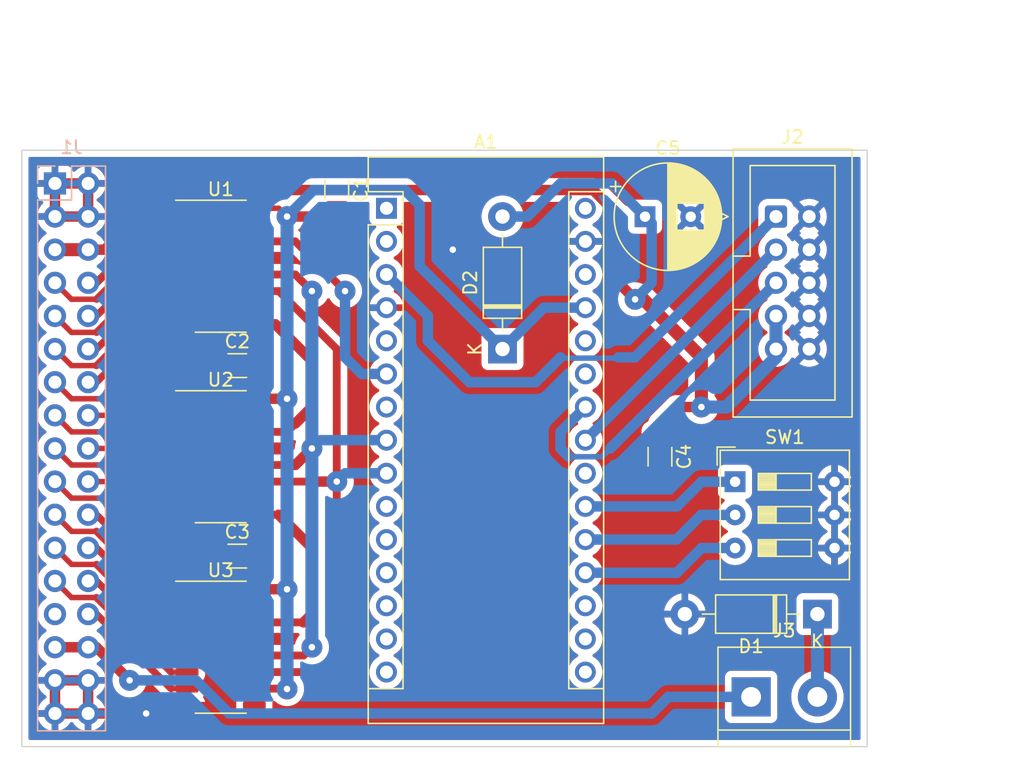
<source format=kicad_pcb>
(kicad_pcb (version 20211014) (generator pcbnew)
  (layers (0 "F.Cu" signal) (31 "B.Cu" signal) (34 "B.Paste" user) (35 "F.Paste" user) (36 "B.SilkS" user "B.Silkscreen") (37 "F.SilkS" user "F.Silkscreen") (38 "B.Mask" user) (39 "F.Mask" user) (44 "Edge.Cuts" user))
  (net 0 "")
  (net 5 "RESET")
  (net 6 "CFG-0")
  (net 7 "GND")
  (net 8 "CFG-1")
  (net 9 "ENABLE-X-1")
  (net 10 "CFG-2")
  (net 11 "ENABLE-X-2")
  (net 13 "ENABLE-X-3")
  (net 14 "SDA")
  (net 15 "ENABLE-X-4")
  (net 16 "SCL")
  (net 17 "ENABLE-X-5")
  (net 19 "ENABLE-X-6")
  (net 21 "ENABLE-X-7")
  (net 22 "Vin")
  (net 23 "ENABLE-X-8")
  (net 27 "A0-X")
  (net 28 "A1-X")
  (net 29 "A2-X")
  (net 30 "B0-X")
  (net 31 "B1-X")
  (net 32 "A0-Y")
  (net 33 "A1-Y")
  (net 34 "A2-Y")
  (net 35 "B0-Y")
  (net 36 "B1-Y")
  (net 38 "Net-(J1-Pad29)")
  (net 39 "DATA-X")
  (net 40 "ENABLE-Y-SET")
  (net 41 "ENABLE-Y-RESET")
  (net 42 "Net-(U1-Pad9)")
  (net 49 "Net-(U2-Pad9)")
  (net 52 "Net-(A1-Pad6)")
  (net 53 "Net-(A1-Pad8)")
  (net 54 "Net-(A1-Pad9)")
  (net 58 "Net-(D1-Pad1)")
  (net 60 "+5V")
  (footprint "Connector_IDC:IDC-Header_2x05_P2.54mm_Vertical" (layer "F.Cu") (at 106.045 68.58)
    (fp_text reference "J2" (at 1.27 -6.1) (layer "F.SilkS"))
    (fp_text value "I2C bus")
    (pad "1" thru_hole roundrect locked (at 0 0) (size 1.7 1.7) (drill 1) (layers *.Cu *.Mask) (roundrect_rratio 0.1470588235) (net 5 "RESET"))
    (pad "2" thru_hole circle locked (at 2.54 0) (size 1.7 1.7) (drill 1) (layers *.Cu *.Mask) (net 7 "GND"))
    (pad "3" thru_hole circle locked (at 0 2.54) (size 1.7 1.7) (drill 1) (layers *.Cu *.Mask) (net 14 "SDA"))
    (pad "4" thru_hole circle locked (at 2.54 2.54) (size 1.7 1.7) (drill 1) (layers *.Cu *.Mask) (net 7 "GND"))
    (pad "5" thru_hole circle locked (at 0 5.08) (size 1.7 1.7) (drill 1) (layers *.Cu *.Mask) (net 16 "SCL"))
    (pad "6" thru_hole circle locked (at 2.54 5.08) (size 1.7 1.7) (drill 1) (layers *.Cu *.Mask) (net 7 "GND"))
    (pad "7" thru_hole circle locked (at 0 7.62) (size 1.7 1.7) (drill 1) (layers *.Cu *.Mask) (net 22 "Vin"))
    (pad "8" thru_hole circle locked (at 2.54 7.62) (size 1.7 1.7) (drill 1) (layers *.Cu *.Mask) (net 7 "GND"))
    (pad "9" thru_hole circle locked (at 0 10.16) (size 1.7 1.7) (drill 1) (layers *.Cu *.Mask) (net 22 "Vin"))
    (pad "10" thru_hole circle locked (at 2.54 10.16) (size 1.7 1.7) (drill 1) (layers *.Cu *.Mask) (net 7 "GND"))
  )
  (footprint "Package_SO:SO-16_3.9x9.9mm_P1.27mm" (layer "F.Cu") (at 63.5 101.6)
    (fp_text reference "U3" (at 0 -5.9) (layer "F.SilkS"))
    (fp_text value "74HC595D")
    (pad "1" smd roundrect locked (at -2.575 -4.445) (size 1.75 0.6) (layers "F.Cu" "F.Paste" "F.Mask") (net 17 "ENABLE-X-5"))
    (pad "2" smd roundrect locked (at -2.575 -3.175) (size 1.75 0.6) (layers "F.Cu" "F.Paste" "F.Mask") (net 34 "A2-Y"))
    (pad "3" smd roundrect locked (at -2.575 -1.905) (size 1.75 0.6) (layers "F.Cu" "F.Paste" "F.Mask") (net 19 "ENABLE-X-6"))
    (pad "4" smd roundrect locked (at -2.575 -0.635) (size 1.75 0.6) (layers "F.Cu" "F.Paste" "F.Mask") (net 35 "B0-Y"))
    (pad "5" smd roundrect locked (at -2.575 0.635) (size 1.75 0.6) (layers "F.Cu" "F.Paste" "F.Mask") (net 21 "ENABLE-X-7"))
    (pad "6" smd roundrect locked (at -2.575 1.905) (size 1.75 0.6) (layers "F.Cu" "F.Paste" "F.Mask") (net 36 "B1-Y"))
    (pad "7" smd roundrect locked (at -2.575 3.175) (size 1.75 0.6) (layers "F.Cu" "F.Paste" "F.Mask") (net 23 "ENABLE-X-8"))
    (pad "8" smd roundrect locked (at -2.575 4.445) (size 1.75 0.6) (layers "F.Cu" "F.Paste" "F.Mask") (net 7 "GND"))
    (pad "9" smd roundrect locked (at 2.575 4.445) (size 1.75 0.6) (layers "F.Cu" "F.Paste" "F.Mask"))
    (pad "10" smd roundrect locked (at 2.575 3.175) (size 1.75 0.6) (layers "F.Cu" "F.Paste" "F.Mask") (net 60 "+5V"))
    (pad "11" smd roundrect locked (at 2.575 1.905) (size 1.75 0.6) (layers "F.Cu" "F.Paste" "F.Mask") (net 54 "Net-(A1-Pad9)"))
    (pad "12" smd roundrect locked (at 2.575 0.635) (size 1.75 0.6) (layers "F.Cu" "F.Paste" "F.Mask") (net 53 "Net-(A1-Pad8)"))
    (pad "13" smd roundrect locked (at 2.575 -0.635) (size 1.75 0.6) (layers "F.Cu" "F.Paste" "F.Mask") (net 7 "GND"))
    (pad "14" smd roundrect locked (at 2.575 -1.905) (size 1.75 0.6) (layers "F.Cu" "F.Paste" "F.Mask") (net 49 "Net-(U2-Pad9)"))
    (pad "15" smd roundrect locked (at 2.575 -3.175) (size 1.75 0.6) (layers "F.Cu" "F.Paste" "F.Mask"))
    (pad "16" smd roundrect locked (at 2.575 -4.445) (size 1.75 0.6) (layers "F.Cu" "F.Paste" "F.Mask") (net 60 "+5V"))
  )
  (footprint "Capacitor_SMD:C_1206_3216Metric_Pad1.33x1.80mm_HandSolder" (layer "F.Cu") (at 72.39 66.495401 -90)
    (fp_text reference "C1" (at 0 -1.85 90) (layer "F.SilkS"))
    (fp_text value "100n")
    (pad "1" smd roundrect locked (at -1.5625 0 270) (size 1.325 1.8) (layers "F.Cu" "F.Paste" "F.Mask") (roundrect_rratio 0.1886792453) (net 7 "GND"))
    (pad "2" smd roundrect locked (at 1.5625 0 270) (size 1.325 1.8) (layers "F.Cu" "F.Paste" "F.Mask") (roundrect_rratio 0.1886792453) (net 60 "+5V"))
  )
  (footprint "TerminalBlock:TerminalBlock_bornier-2_P5.08mm" (layer "F.Cu") (at 104.14 105.41)
    (fp_text reference "J3" (at 2.54 -5.08) (layer "F.SilkS"))
    (fp_text value "Power 24V")
    (pad "1" thru_hole rect locked (at 0 0) (size 3 3) (drill 1.52) (layers *.Cu *.Mask) (net 38 "Net-(J1-Pad29)"))
    (pad "2" thru_hole circle locked (at 5.08 0) (size 3 3) (drill 1.52) (layers *.Cu *.Mask) (net 58 "Net-(D1-Pad1)"))
  )
  (footprint "Capacitor_SMD:C_1206_3216Metric_Pad1.33x1.80mm_HandSolder" (layer "F.Cu") (at 97.155 86.995 -90)
    (fp_text reference "C4" (at 0 -1.85 90) (layer "F.SilkS"))
    (fp_text value "100n")
    (pad "1" smd roundrect locked (at -1.5625 0 270) (size 1.325 1.8) (layers "F.Cu" "F.Paste" "F.Mask") (roundrect_rratio 0.1886792453) (net 22 "Vin"))
    (pad "2" smd roundrect locked (at 1.5625 0 270) (size 1.325 1.8) (layers "F.Cu" "F.Paste" "F.Mask") (roundrect_rratio 0.1886792453) (net 7 "GND"))
  )
  (footprint "Diode_THT:D_DO-41_SOD81_P10.16mm_Horizontal" (layer "F.Cu") (at 85.09 78.74 90)
    (fp_text reference "D2" (at 5.08 -2.47 90) (layer "F.SilkS"))
    (fp_text value "1N5817")
    (fp_text user "K" (at 0 -2.1 90) (layer "F.SilkS"))
    (pad "1" thru_hole rect locked (at 0 0 90) (size 2.2 2.2) (drill 1.1) (layers *.Cu *.Mask) (net 60 "+5V"))
    (pad "2" thru_hole oval locked (at 10.16 0 90) (size 2.2 2.2) (drill 1.1) (layers *.Cu *.Mask) (net 22 "Vin"))
  )
  (footprint "Capacitor_SMD:C_1206_3216Metric_Pad1.33x1.80mm_HandSolder" (layer "F.Cu") (at 64.77 80.01)
    (fp_text reference "C2" (at 0 -1.85) (layer "F.SilkS"))
    (fp_text value "100n")
    (pad "1" smd roundrect locked (at -1.5625 0) (size 1.325 1.8) (layers "F.Cu" "F.Paste" "F.Mask") (roundrect_rratio 0.1886792453) (net 7 "GND"))
    (pad "2" smd roundrect locked (at 1.5625 0) (size 1.325 1.8) (layers "F.Cu" "F.Paste" "F.Mask") (roundrect_rratio 0.1886792453) (net 60 "+5V"))
  )
  (footprint "Package_SO:SO-16_3.9x9.9mm_P1.27mm" (layer "F.Cu") (at 63.5 86.995)
    (fp_text reference "U2" (at 0 -5.9) (layer "F.SilkS"))
    (fp_text value "74HC595D")
    (pad "1" smd roundrect locked (at -2.575 -4.445) (size 1.75 0.6) (layers "F.Cu" "F.Paste" "F.Mask") (net 30 "B0-X"))
    (pad "2" smd roundrect locked (at -2.575 -3.175) (size 1.75 0.6) (layers "F.Cu" "F.Paste" "F.Mask") (net 11 "ENABLE-X-2"))
    (pad "3" smd roundrect locked (at -2.575 -1.905) (size 1.75 0.6) (layers "F.Cu" "F.Paste" "F.Mask") (net 31 "B1-X"))
    (pad "4" smd roundrect locked (at -2.575 -0.635) (size 1.75 0.6) (layers "F.Cu" "F.Paste" "F.Mask") (net 13 "ENABLE-X-3"))
    (pad "5" smd roundrect locked (at -2.575 0.635) (size 1.75 0.6) (layers "F.Cu" "F.Paste" "F.Mask") (net 32 "A0-Y"))
    (pad "6" smd roundrect locked (at -2.575 1.905) (size 1.75 0.6) (layers "F.Cu" "F.Paste" "F.Mask") (net 15 "ENABLE-X-4"))
    (pad "7" smd roundrect locked (at -2.575 3.175) (size 1.75 0.6) (layers "F.Cu" "F.Paste" "F.Mask") (net 33 "A1-Y"))
    (pad "8" smd roundrect locked (at -2.575 4.445) (size 1.75 0.6) (layers "F.Cu" "F.Paste" "F.Mask") (net 7 "GND"))
    (pad "9" smd roundrect locked (at 2.575 4.445) (size 1.75 0.6) (layers "F.Cu" "F.Paste" "F.Mask") (net 49 "Net-(U2-Pad9)"))
    (pad "10" smd roundrect locked (at 2.575 3.175) (size 1.75 0.6) (layers "F.Cu" "F.Paste" "F.Mask") (net 60 "+5V"))
    (pad "11" smd roundrect locked (at 2.575 1.905) (size 1.75 0.6) (layers "F.Cu" "F.Paste" "F.Mask") (net 54 "Net-(A1-Pad9)"))
    (pad "12" smd roundrect locked (at 2.575 0.635) (size 1.75 0.6) (layers "F.Cu" "F.Paste" "F.Mask") (net 53 "Net-(A1-Pad8)"))
    (pad "13" smd roundrect locked (at 2.575 -0.635) (size 1.75 0.6) (layers "F.Cu" "F.Paste" "F.Mask") (net 7 "GND"))
    (pad "14" smd roundrect locked (at 2.575 -1.905) (size 1.75 0.6) (layers "F.Cu" "F.Paste" "F.Mask") (net 42 "Net-(U1-Pad9)"))
    (pad "15" smd roundrect locked (at 2.575 -3.175) (size 1.75 0.6) (layers "F.Cu" "F.Paste" "F.Mask"))
    (pad "16" smd roundrect locked (at 2.575 -4.445) (size 1.75 0.6) (layers "F.Cu" "F.Paste" "F.Mask") (net 60 "+5V"))
  )
  (footprint "Capacitor_THT:CP_Radial_D8.0mm_P3.50mm" (layer "F.Cu") (at 96.012711 68.590577)
    (fp_text reference "C5" (at 1.75 -5.25) (layer "F.SilkS"))
    (fp_text value "100uF")
    (pad "1" thru_hole rect locked (at 0 0) (size 1.6 1.6) (drill 0.8) (layers *.Cu *.Mask) (net 22 "Vin"))
    (pad "2" thru_hole circle locked (at 3.5 0) (size 1.6 1.6) (drill 0.8) (layers *.Cu *.Mask) (net 7 "GND"))
  )
  (footprint "Package_SO:SO-16_3.9x9.9mm_P1.27mm" (layer "F.Cu") (at 63.5 72.39)
    (fp_text reference "U1" (at 0 -5.9) (layer "F.SilkS"))
    (fp_text value "74HC595D")
    (pad "1" smd roundrect locked (at -2.575 -4.445) (size 1.75 0.6) (layers "F.Cu" "F.Paste" "F.Mask") (net 39 "DATA-X"))
    (pad "2" smd roundrect locked (at -2.575 -3.175) (size 1.75 0.6) (layers "F.Cu" "F.Paste" "F.Mask") (net 27 "A0-X"))
    (pad "3" smd roundrect locked (at -2.575 -1.905) (size 1.75 0.6) (layers "F.Cu" "F.Paste" "F.Mask") (net 40 "ENABLE-Y-SET"))
    (pad "4" smd roundrect locked (at -2.575 -0.635) (size 1.75 0.6) (layers "F.Cu" "F.Paste" "F.Mask") (net 28 "A1-X"))
    (pad "5" smd roundrect locked (at -2.575 0.635) (size 1.75 0.6) (layers "F.Cu" "F.Paste" "F.Mask") (net 41 "ENABLE-Y-RESET"))
    (pad "6" smd roundrect locked (at -2.575 1.905) (size 1.75 0.6) (layers "F.Cu" "F.Paste" "F.Mask") (net 29 "A2-X"))
    (pad "7" smd roundrect locked (at -2.575 3.175) (size 1.75 0.6) (layers "F.Cu" "F.Paste" "F.Mask") (net 9 "ENABLE-X-1"))
    (pad "8" smd roundrect locked (at -2.575 4.445) (size 1.75 0.6) (layers "F.Cu" "F.Paste" "F.Mask") (net 7 "GND"))
    (pad "9" smd roundrect locked (at 2.575 4.445) (size 1.75 0.6) (layers "F.Cu" "F.Paste" "F.Mask") (net 42 "Net-(U1-Pad9)"))
    (pad "10" smd roundrect locked (at 2.575 3.175) (size 1.75 0.6) (layers "F.Cu" "F.Paste" "F.Mask") (net 60 "+5V"))
    (pad "11" smd roundrect locked (at 2.575 1.905) (size 1.75 0.6) (layers "F.Cu" "F.Paste" "F.Mask") (net 54 "Net-(A1-Pad9)"))
    (pad "12" smd roundrect locked (at 2.575 0.635) (size 1.75 0.6) (layers "F.Cu" "F.Paste" "F.Mask") (net 53 "Net-(A1-Pad8)"))
    (pad "13" smd roundrect locked (at 2.575 -0.635) (size 1.75 0.6) (layers "F.Cu" "F.Paste" "F.Mask") (net 7 "GND"))
    (pad "14" smd roundrect locked (at 2.575 -1.905) (size 1.75 0.6) (layers "F.Cu" "F.Paste" "F.Mask") (net 52 "Net-(A1-Pad6)"))
    (pad "15" smd roundrect locked (at 2.575 -3.175) (size 1.75 0.6) (layers "F.Cu" "F.Paste" "F.Mask"))
    (pad "16" smd roundrect locked (at 2.575 -4.445) (size 1.75 0.6) (layers "F.Cu" "F.Paste" "F.Mask") (net 60 "+5V"))
  )
  (footprint "Capacitor_SMD:C_1206_3216Metric_Pad1.33x1.80mm_HandSolder" (layer "F.Cu") (at 64.77 94.615)
    (fp_text reference "C3" (at 0 -1.85) (layer "F.SilkS"))
    (fp_text value "100n")
    (pad "1" smd roundrect locked (at -1.5625 0) (size 1.325 1.8) (layers "F.Cu" "F.Paste" "F.Mask") (roundrect_rratio 0.1886792453) (net 7 "GND"))
    (pad "2" smd roundrect locked (at 1.5625 0) (size 1.325 1.8) (layers "F.Cu" "F.Paste" "F.Mask") (roundrect_rratio 0.1886792453) (net 60 "+5V"))
  )
  (footprint "Button_Switch_THT:SW_DIP_SPSTx03_Slide_9.78x9.8mm_W7.62mm_P2.54mm" (layer "F.Cu") (at 102.9125 88.915)
    (fp_text reference "SW1" (at 3.81 -3.42) (layer "F.SilkS"))
    (fp_text value "SW_DIP_x03")
    (pad "1" thru_hole rect locked (at 0 0) (size 1.6 1.6) (drill 0.8) (layers *.Cu *.Mask) (net 10 "CFG-2"))
    (pad "2" thru_hole oval locked (at 0 2.54) (size 1.6 1.6) (drill 0.8) (layers *.Cu *.Mask) (net 8 "CFG-1"))
    (pad "3" thru_hole oval locked (at 0 5.08) (size 1.6 1.6) (drill 0.8) (layers *.Cu *.Mask) (net 6 "CFG-0"))
    (pad "4" thru_hole oval locked (at 7.62 5.08) (size 1.6 1.6) (drill 0.8) (layers *.Cu *.Mask) (net 7 "GND"))
    (pad "5" thru_hole oval locked (at 7.62 2.54) (size 1.6 1.6) (drill 0.8) (layers *.Cu *.Mask) (net 7 "GND"))
    (pad "6" thru_hole oval locked (at 7.62 0) (size 1.6 1.6) (drill 0.8) (layers *.Cu *.Mask) (net 7 "GND"))
  )
  (footprint "Diode_THT:D_DO-41_SOD81_P10.16mm_Horizontal" (layer "F.Cu") (at 109.22 99.06 180)
    (fp_text reference "D1" (at 5.08 -2.47) (layer "F.SilkS"))
    (fp_text value "1N5819")
    (fp_text user "K" (at 0 -2.1) (layer "F.SilkS"))
    (pad "1" thru_hole rect locked (at 0 0 180) (size 2.2 2.2) (drill 1.1) (layers *.Cu *.Mask) (net 58 "Net-(D1-Pad1)"))
    (pad "2" thru_hole oval locked (at 10.16 0 180) (size 2.2 2.2) (drill 1.1) (layers *.Cu *.Mask) (net 7 "GND"))
  )
  (footprint "Module:Arduino_Nano" (layer "F.Cu") (at 76.2 67.945)
    (fp_text reference "A1" (at 7.62 -5.08) (layer "F.SilkS"))
    (fp_text value "Arduino_Nano_v3.x")
    (pad "1" thru_hole rect locked (at 0 0) (size 1.6 1.6) (drill 1) (layers *.Cu *.Mask))
    (pad "2" thru_hole oval locked (at 0 2.54) (size 1.6 1.6) (drill 1) (layers *.Cu *.Mask))
    (pad "3" thru_hole oval locked (at 0 5.08) (size 1.6 1.6) (drill 1) (layers *.Cu *.Mask) (net 5 "RESET"))
    (pad "4" thru_hole oval locked (at 0 7.62) (size 1.6 1.6) (drill 1) (layers *.Cu *.Mask) (net 7 "GND"))
    (pad "5" thru_hole oval locked (at 0 10.16) (size 1.6 1.6) (drill 1) (layers *.Cu *.Mask))
    (pad "6" thru_hole oval locked (at 0 12.7) (size 1.6 1.6) (drill 1) (layers *.Cu *.Mask) (net 52 "Net-(A1-Pad6)"))
    (pad "7" thru_hole oval locked (at 0 15.24) (size 1.6 1.6) (drill 1) (layers *.Cu *.Mask))
    (pad "8" thru_hole oval locked (at 0 17.78) (size 1.6 1.6) (drill 1) (layers *.Cu *.Mask) (net 53 "Net-(A1-Pad8)"))
    (pad "9" thru_hole oval locked (at 0 20.32) (size 1.6 1.6) (drill 1) (layers *.Cu *.Mask) (net 54 "Net-(A1-Pad9)"))
    (pad "10" thru_hole oval locked (at 0 22.86) (size 1.6 1.6) (drill 1) (layers *.Cu *.Mask))
    (pad "11" thru_hole oval locked (at 0 25.4) (size 1.6 1.6) (drill 1) (layers *.Cu *.Mask))
    (pad "12" thru_hole oval locked (at 0 27.94) (size 1.6 1.6) (drill 1) (layers *.Cu *.Mask))
    (pad "13" thru_hole oval locked (at 0 30.48) (size 1.6 1.6) (drill 1) (layers *.Cu *.Mask))
    (pad "14" thru_hole oval locked (at 0 33.02) (size 1.6 1.6) (drill 1) (layers *.Cu *.Mask))
    (pad "15" thru_hole oval locked (at 0 35.56) (size 1.6 1.6) (drill 1) (layers *.Cu *.Mask))
    (pad "16" thru_hole oval locked (at 15.24 35.56) (size 1.6 1.6) (drill 1) (layers *.Cu *.Mask))
    (pad "17" thru_hole oval locked (at 15.24 33.02) (size 1.6 1.6) (drill 1) (layers *.Cu *.Mask))
    (pad "18" thru_hole oval locked (at 15.24 30.48) (size 1.6 1.6) (drill 1) (layers *.Cu *.Mask))
    (pad "19" thru_hole oval locked (at 15.24 27.94) (size 1.6 1.6) (drill 1) (layers *.Cu *.Mask) (net 6 "CFG-0"))
    (pad "20" thru_hole oval locked (at 15.24 25.4) (size 1.6 1.6) (drill 1) (layers *.Cu *.Mask) (net 8 "CFG-1"))
    (pad "21" thru_hole oval locked (at 15.24 22.86) (size 1.6 1.6) (drill 1) (layers *.Cu *.Mask) (net 10 "CFG-2"))
    (pad "22" thru_hole oval locked (at 15.24 20.32) (size 1.6 1.6) (drill 1) (layers *.Cu *.Mask))
    (pad "23" thru_hole oval locked (at 15.24 17.78) (size 1.6 1.6) (drill 1) (layers *.Cu *.Mask) (net 14 "SDA"))
    (pad "24" thru_hole oval locked (at 15.24 15.24) (size 1.6 1.6) (drill 1) (layers *.Cu *.Mask) (net 16 "SCL"))
    (pad "25" thru_hole oval locked (at 15.24 12.7) (size 1.6 1.6) (drill 1) (layers *.Cu *.Mask))
    (pad "26" thru_hole oval locked (at 15.24 10.16) (size 1.6 1.6) (drill 1) (layers *.Cu *.Mask))
    (pad "27" thru_hole oval locked (at 15.24 7.62) (size 1.6 1.6) (drill 1) (layers *.Cu *.Mask) (net 60 "+5V"))
    (pad "28" thru_hole oval locked (at 15.24 5.08) (size 1.6 1.6) (drill 1) (layers *.Cu *.Mask))
    (pad "29" thru_hole oval locked (at 15.24 2.54) (size 1.6 1.6) (drill 1) (layers *.Cu *.Mask) (net 7 "GND"))
    (pad "30" thru_hole oval locked (at 15.24 0) (size 1.6 1.6) (drill 1) (layers *.Cu *.Mask))
  )
  (footprint "Connector_PinSocket_2.54mm:PinSocket_2x17_P2.54mm_Vertical" (layer "B.Cu") (at 50.8 66.04 180)
    (fp_text reference "J1" (at -1.27 2.77) (layer "B.SilkS") (effects (justify mirror)))
    (fp_text value "FlipDot matrix")
    (pad "1" thru_hole rect locked (at 0 0 180) (size 1.7 1.7) (drill 1) (layers *.Cu *.Mask) (net 7 "GND"))
    (pad "2" thru_hole oval locked (at -2.54 0 180) (size 1.7 1.7) (drill 1) (layers *.Cu *.Mask) (net 7 "GND"))
    (pad "3" thru_hole oval locked (at 0 -2.54 180) (size 1.7 1.7) (drill 1) (layers *.Cu *.Mask) (net 7 "GND"))
    (pad "4" thru_hole oval locked (at -2.54 -2.54 180) (size 1.7 1.7) (drill 1) (layers *.Cu *.Mask) (net 7 "GND"))
    (pad "5" thru_hole oval locked (at 0 -5.08 180) (size 1.7 1.7) (drill 1) (layers *.Cu *.Mask) (net 22 "Vin"))
    (pad "6" thru_hole oval locked (at -2.54 -5.08 180) (size 1.7 1.7) (drill 1) (layers *.Cu *.Mask) (net 22 "Vin"))
    (pad "7" thru_hole oval locked (at 0 -7.62 180) (size 1.7 1.7) (drill 1) (layers *.Cu *.Mask) (net 27 "A0-X"))
    (pad "8" thru_hole oval locked (at -2.54 -7.62 180) (size 1.7 1.7) (drill 1) (layers *.Cu *.Mask) (net 39 "DATA-X"))
    (pad "9" thru_hole oval locked (at 0 -10.16 180) (size 1.7 1.7) (drill 1) (layers *.Cu *.Mask) (net 28 "A1-X"))
    (pad "10" thru_hole oval locked (at -2.54 -10.16 180) (size 1.7 1.7) (drill 1) (layers *.Cu *.Mask) (net 40 "ENABLE-Y-SET"))
    (pad "11" thru_hole oval locked (at 0 -12.7 180) (size 1.7 1.7) (drill 1) (layers *.Cu *.Mask) (net 29 "A2-X"))
    (pad "12" thru_hole oval locked (at -2.54 -12.7 180) (size 1.7 1.7) (drill 1) (layers *.Cu *.Mask) (net 41 "ENABLE-Y-RESET"))
    (pad "13" thru_hole oval locked (at 0 -15.24 180) (size 1.7 1.7) (drill 1) (layers *.Cu *.Mask) (net 30 "B0-X"))
    (pad "14" thru_hole oval locked (at -2.54 -15.24 180) (size 1.7 1.7) (drill 1) (layers *.Cu *.Mask) (net 9 "ENABLE-X-1"))
    (pad "15" thru_hole oval locked (at 0 -17.78 180) (size 1.7 1.7) (drill 1) (layers *.Cu *.Mask) (net 31 "B1-X"))
    (pad "16" thru_hole oval locked (at -2.54 -17.78 180) (size 1.7 1.7) (drill 1) (layers *.Cu *.Mask) (net 11 "ENABLE-X-2"))
    (pad "17" thru_hole oval locked (at 0 -20.32 180) (size 1.7 1.7) (drill 1) (layers *.Cu *.Mask) (net 32 "A0-Y"))
    (pad "18" thru_hole oval locked (at -2.54 -20.32 180) (size 1.7 1.7) (drill 1) (layers *.Cu *.Mask) (net 13 "ENABLE-X-3"))
    (pad "19" thru_hole oval locked (at 0 -22.86 180) (size 1.7 1.7) (drill 1) (layers *.Cu *.Mask) (net 33 "A1-Y"))
    (pad "20" thru_hole oval locked (at -2.54 -22.86 180) (size 1.7 1.7) (drill 1) (layers *.Cu *.Mask) (net 15 "ENABLE-X-4"))
    (pad "21" thru_hole oval locked (at 0 -25.4 180) (size 1.7 1.7) (drill 1) (layers *.Cu *.Mask) (net 34 "A2-Y"))
    (pad "22" thru_hole oval locked (at -2.54 -25.4 180) (size 1.7 1.7) (drill 1) (layers *.Cu *.Mask) (net 17 "ENABLE-X-5"))
    (pad "23" thru_hole oval locked (at 0 -27.94 180) (size 1.7 1.7) (drill 1) (layers *.Cu *.Mask) (net 35 "B0-Y"))
    (pad "24" thru_hole oval locked (at -2.54 -27.94 180) (size 1.7 1.7) (drill 1) (layers *.Cu *.Mask) (net 19 "ENABLE-X-6"))
    (pad "25" thru_hole oval locked (at 0 -30.48 180) (size 1.7 1.7) (drill 1) (layers *.Cu *.Mask) (net 36 "B1-Y"))
    (pad "26" thru_hole oval locked (at -2.54 -30.48 180) (size 1.7 1.7) (drill 1) (layers *.Cu *.Mask) (net 21 "ENABLE-X-7"))
    (pad "27" thru_hole oval locked (at 0 -33.02 180) (size 1.7 1.7) (drill 1) (layers *.Cu *.Mask))
    (pad "28" thru_hole oval locked (at -2.54 -33.02 180) (size 1.7 1.7) (drill 1) (layers *.Cu *.Mask) (net 23 "ENABLE-X-8"))
    (pad "29" thru_hole oval locked (at 0 -35.56 180) (size 1.7 1.7) (drill 1) (layers *.Cu *.Mask) (net 38 "Net-(J1-Pad29)"))
    (pad "30" thru_hole oval locked (at -2.54 -35.56 180) (size 1.7 1.7) (drill 1) (layers *.Cu *.Mask) (net 38 "Net-(J1-Pad29)"))
    (pad "31" thru_hole oval locked (at 0 -38.1 180) (size 1.7 1.7) (drill 1) (layers *.Cu *.Mask) (net 7 "GND"))
    (pad "32" thru_hole oval locked (at -2.54 -38.1 180) (size 1.7 1.7) (drill 1) (layers *.Cu *.Mask) (net 7 "GND"))
    (pad "33" thru_hole oval locked (at 0 -40.64 180) (size 1.7 1.7) (drill 1) (layers *.Cu *.Mask) (net 7 "GND"))
    (pad "34" thru_hole oval locked (at -2.54 -40.64 180) (size 1.7 1.7) (drill 1) (layers *.Cu *.Mask) (net 7 "GND"))
  )
  (gr_poly (pts (xy 113.03 109.22) (xy 57.785 109.22) (xy 48.26 109.22) (xy 48.26 63.5) (xy 57.785 63.5) (xy 113.03 63.5)) (layer "Edge.Cuts") (width 0.1) (fill none))
  (segment (start 93.919511 79.435489) (end 89.595489 79.435489) (width 0.42) (layer "B.Cu") (net 5))
  (segment (start 89.535 79.375) (end 87.63 81.28) (width 0.8) (layer "B.Cu") (net 5))
  (segment (start 89.595489 79.435489) (end 89.535 79.375) (width 0.42) (layer "B.Cu") (net 5))
  (segment (start 79.375 76.19) (end 76.21 73.025) (width 0.8) (layer "B.Cu") (net 5))
  (segment (start 95.25 79.375) (end 106.045 68.58) (width 0.8) (layer "B.Cu") (net 5))
  (segment (start 79.375 78.105) (end 79.375 76.19) (width 0.8) (layer "B.Cu") (net 5))
  (segment (start 93.98 79.375) (end 95.25 79.375) (width 0.8) (layer "B.Cu") (net 5))
  (segment (start 82.55 81.28) (end 79.375 78.105) (width 0.8) (layer "B.Cu") (net 5))
  (segment (start 93.98 79.375) (end 93.919511 79.435489) (width 0.42) (layer "B.Cu") (net 5))
  (segment (start 87.63 81.28) (end 82.55 81.28) (width 0.8) (layer "B.Cu") (net 5))
  (segment (start 100.345 93.995) (end 102.9125 93.995) (width 0.8) (layer "B.Cu") (net 6))
  (segment (start 98.450608 95.889392) (end 100.345 93.995) (width 0.8) (layer "B.Cu") (net 6))
  (segment (start 91.45 95.885) (end 91.454392 95.889392) (width 0.8) (layer "B.Cu") (net 6))
  (segment (start 91.454392 95.889392) (end 98.450608 95.889392) (width 0.8) (layer "B.Cu") (net 6))
  (segment (start 50.8 106.68) (end 53.34 106.68) (width 0.8) (layer "F.Cu") (net 7))
  (segment (start 50.8 104.14) (end 53.34 104.14) (width 0.8) (layer "F.Cu") (net 7))
  (segment (start 57.785 106.68) (end 53.34 106.68) (width 0.8) (layer "F.Cu") (net 7))
  (segment (start 50.8 68.58) (end 53.34 68.58) (width 0.8) (layer "F.Cu") (net 7))
  (segment (start 53.34 68.58) (end 53.34 66.04) (width 0.8) (layer "F.Cu") (net 7))
  (segment (start 50.8 104.14) (end 50.8 106.68) (width 0.8) (layer "F.Cu") (net 7))
  (segment (start 53.34 104.14) (end 53.34 106.68) (width 0.8) (layer "F.Cu") (net 7))
  (segment (start 50.8 66.04) (end 53.34 66.04) (width 0.8) (layer "F.Cu") (net 7))
  (segment (start 50.8 66.04) (end 50.8 68.58) (width 0.8) (layer "F.Cu") (net 7))
  (via (at 57.785 106.68) (size 1.6) (drill 0.5) (layers "F.Cu" "B.Cu") (net 7))
  (via (at 81.28 71.12) (size 1.6) (drill 0.5) (layers "F.Cu" "B.Cu") (net 7))
  (segment (start 98.425 93.345) (end 91.45 93.345) (width 0.8) (layer "B.Cu") (net 8))
  (segment (start 102.9125 91.455) (end 100.315 91.455) (width 0.8) (layer "B.Cu") (net 8))
  (segment (start 100.315 91.455) (end 98.425 93.345) (width 0.8) (layer "B.Cu") (net 8))
  (segment (start 53.34 81.28) (end 53.975 81.28) (width 0.42) (layer "F.Cu") (net 9))
  (segment (start 53.975 81.28) (end 59.69 75.565) (width 0.55) (layer "F.Cu") (net 9))
  (segment (start 59.69 75.565) (end 60.925 75.565) (width 0.42) (layer "F.Cu") (net 9))
  (segment (start 98.45375 90.805) (end 91.45 90.805) (width 0.8) (layer "B.Cu") (net 10))
  (segment (start 100.34375 88.915) (end 98.45375 90.805) (width 0.8) (layer "B.Cu") (net 10))
  (segment (start 102.9125 88.915) (end 100.34375 88.915) (width 0.8) (layer "B.Cu") (net 10))
  (segment (start 53.34 83.82) (end 60.925 83.82) (width 0.42) (layer "F.Cu") (net 11))
  (segment (start 53.34 86.36) (end 60.925 86.36) (width 0.42) (layer "F.Cu") (net 13))
  (segment (start 91.45 85.725) (end 91.45 85.715) (width 0.8) (layer "B.Cu") (net 14))
  (segment (start 91.45 85.715) (end 106.045 71.12) (width 0.8) (layer "B.Cu") (net 14))
  (segment (start 53.34 88.9) (end 60.925 88.9) (width 0.42) (layer "F.Cu") (net 15))
  (segment (start 89.535 86.36) (end 89.535 85.1) (width 0.8) (layer "B.Cu") (net 16))
  (segment (start 93.345 86.36) (end 106.045 73.66) (width 0.8) (layer "B.Cu") (net 16))
  (segment (start 93.345 86.36) (end 92.71 86.995) (width 0.42) (layer "B.Cu") (net 16))
  (segment (start 92.71 86.995) (end 90.17 86.995) (width 0.42) (layer "B.Cu") (net 16))
  (segment (start 90.17 86.995) (end 89.535 86.36) (width 0.8) (layer "B.Cu") (net 16))
  (segment (start 89.535 85.1) (end 91.45 83.185) (width 0.8) (layer "B.Cu") (net 16))
  (segment (start 53.34 91.44) (end 53.975 91.44) (width 0.42) (layer "F.Cu") (net 17))
  (segment (start 59.69 97.155) (end 60.925 97.155) (width 0.42) (layer "F.Cu") (net 17))
  (segment (start 53.975 91.44) (end 59.69 97.155) (width 0.55) (layer "F.Cu") (net 17))
  (segment (start 59.69 99.695) (end 60.925 99.695) (width 0.42) (layer "F.Cu") (net 19))
  (segment (start 53.34 93.98) (end 53.975 93.98) (width 0.42) (layer "F.Cu") (net 19))
  (segment (start 53.975 93.98) (end 59.69 99.695) (width 0.55) (layer "F.Cu") (net 19))
  (segment (start 53.975 96.52) (end 59.69 102.235) (width 0.55) (layer "F.Cu") (net 21))
  (segment (start 53.34 96.52) (end 53.975 96.52) (width 0.42) (layer "F.Cu") (net 21))
  (segment (start 59.69 102.235) (end 60.925 102.235) (width 0.42) (layer "F.Cu") (net 21))
  (segment (start 95.885 74.93) (end 100.33 79.375) (width 1) (layer "F.Cu") (net 22))
  (segment (start 93.98 73.66) (end 95.25 74.93) (width 0.8) (layer "F.Cu") (net 22))
  (segment (start 95.25 74.93) (end 95.885 74.93) (width 1) (layer "F.Cu") (net 22))
  (segment (start 59.184511 66.545489) (end 92.029698 66.545489) (width 0.8) (layer "F.Cu") (net 22))
  (segment (start 53.34 71.12) (end 54.61 71.12) (width 0.8) (layer "F.Cu") (net 22))
  (segment (start 93.98 68.495791) (end 93.98 73.66) (width 0.8) (layer "F.Cu") (net 22))
  (segment (start 97.155 84.455) (end 97.155 85.4325) (width 0.8) (layer "F.Cu") (net 22))
  (segment (start 50.8 71.12) (end 53.34 71.12) (width 1) (layer "F.Cu") (net 22))
  (segment (start 100.33 79.375) (end 100.33 83.185) (width 1) (layer "F.Cu") (net 22))
  (segment (start 54.61 71.12) (end 59.184511 66.545489) (width 0.8) (layer "F.Cu") (net 22))
  (segment (start 98.425 83.185) (end 97.155 84.455) (width 0.8) (layer "F.Cu") (net 22))
  (segment (start 92.029698 66.545489) (end 93.98 68.495791) (width 0.8) (layer "F.Cu") (net 22))
  (segment (start 100.33 83.185) (end 98.425 83.185) (width 0.8) (layer "F.Cu") (net 22))
  (via (at 95.25 74.93) (size 1.6) (drill 0.5) (layers "F.Cu" "B.Cu") (net 22))
  (via (at 100.33 83.185) (size 1.6) (drill 0.5) (layers "F.Cu" "B.Cu") (net 22))
  (segment (start 106.045 79.375) (end 106.045 78.74) (width 1) (layer "B.Cu") (net 22))
  (segment (start 100.33 83.185) (end 102.235 83.185) (width 1) (layer "B.Cu") (net 22))
  (segment (start 106.045 78.74) (end 106.045 76.2) (width 1) (layer "B.Cu") (net 22))
  (segment (start 96.52 73.66) (end 96.52 69.097866) (width 0.8) (layer "B.Cu") (net 22))
  (segment (start 102.235 83.185) (end 106.045 79.375) (width 1) (layer "B.Cu") (net 22))
  (segment (start 93.462134 66.04) (end 89.535 66.04) (width 0.8) (layer "B.Cu") (net 22))
  (segment (start 95.25 74.93) (end 96.52 73.66) (width 0.8) (layer "B.Cu") (net 22))
  (segment (start 89.535 66.04) (end 86.995 68.58) (width 0.8) (layer "B.Cu") (net 22))
  (segment (start 96.52 69.097866) (end 93.462134 66.04) (width 0.8) (layer "B.Cu") (net 22))
  (segment (start 86.995 68.58) (end 85.09 68.58) (width 0.8) (layer "B.Cu") (net 22))
  (segment (start 53.975 99.06) (end 59.69 104.775) (width 0.55) (layer "F.Cu") (net 23))
  (segment (start 53.34 99.06) (end 53.975 99.06) (width 0.42) (layer "F.Cu") (net 23))
  (segment (start 59.69 104.775) (end 60.925 104.775) (width 0.42) (layer "F.Cu") (net 23))
  (segment (start 53.985489 74.919511) (end 59.69 69.215) (width 0.55) (layer "F.Cu") (net 27))
  (segment (start 52.059511 74.919511) (end 53.985489 74.919511) (width 0.42) (layer "F.Cu") (net 27))
  (segment (start 50.8 73.66) (end 52.059511 74.919511) (width 0.42) (layer "F.Cu") (net 27))
  (segment (start 59.69 69.215) (end 61.3075 69.215) (width 0.42) (layer "F.Cu") (net 27))
  (segment (start 59.69 71.755) (end 60.925 71.755) (width 0.42) (layer "F.Cu") (net 28))
  (segment (start 52.059511 77.459511) (end 53.985489 77.459511) (width 0.42) (layer "F.Cu") (net 28))
  (segment (start 53.985489 77.459511) (end 59.69 71.755) (width 0.55) (layer "F.Cu") (net 28))
  (segment (start 50.8 76.2) (end 52.059511 77.459511) (width 0.42) (layer "F.Cu") (net 28))
  (segment (start 52.07 80.01) (end 53.975 80.01) (width 0.42) (layer "F.Cu") (net 29))
  (segment (start 59.69 74.295) (end 60.925 74.295) (width 0.42) (layer "F.Cu") (net 29))
  (segment (start 53.975 80.01) (end 59.69 74.295) (width 0.55) (layer "F.Cu") (net 29))
  (segment (start 50.8 78.74) (end 52.07 80.01) (width 0.42) (layer "F.Cu") (net 29))
  (segment (start 52.07 82.55) (end 60.925 82.55) (width 0.42) (layer "F.Cu") (net 30))
  (segment (start 50.8 81.28) (end 52.07 82.55) (width 0.42) (layer "F.Cu") (net 30))
  (segment (start 50.8 83.82) (end 52.07 85.09) (width 0.42) (layer "F.Cu") (net 31))
  (segment (start 52.07 85.09) (end 60.925 85.09) (width 0.42) (layer "F.Cu") (net 31))
  (segment (start 50.8 86.36) (end 52.07 87.63) (width 0.42) (layer "F.Cu") (net 32))
  (segment (start 52.07 87.63) (end 60.925 87.63) (width 0.42) (layer "F.Cu") (net 32))
  (segment (start 50.8 88.9) (end 52.07 90.17) (width 0.42) (layer "F.Cu") (net 33))
  (segment (start 52.07 90.17) (end 60.925 90.17) (width 0.42) (layer "F.Cu") (net 33))
  (segment (start 50.8 91.44) (end 52.080489 92.720489) (width 0.42) (layer "F.Cu") (net 34))
  (segment (start 59.69 98.425) (end 60.925 98.425) (width 0.42) (layer "F.Cu") (net 34))
  (segment (start 53.964511 92.720489) (end 53.975 92.71) (width 0.42) (layer "F.Cu") (net 34))
  (segment (start 53.975 92.71) (end 59.69 98.425) (width 0.55) (layer "F.Cu") (net 34))
  (segment (start 52.080489 92.720489) (end 53.964511 92.720489) (width 0.42) (layer "F.Cu") (net 34))
  (segment (start 53.975 95.25) (end 59.69 100.965) (width 0.55) (layer "F.Cu") (net 35))
  (segment (start 52.07 95.25) (end 53.975 95.25) (width 0.42) (layer "F.Cu") (net 35))
  (segment (start 50.8 93.98) (end 52.07 95.25) (width 0.42) (layer "F.Cu") (net 35))
  (segment (start 59.69 100.965) (end 60.925 100.965) (width 0.42) (layer "F.Cu") (net 35))
  (segment (start 52.07 97.79) (end 53.975 97.79) (width 0.42) (layer "F.Cu") (net 36))
  (segment (start 59.69 103.505) (end 60.925 103.505) (width 0.42) (layer "F.Cu") (net 36))
  (segment (start 50.8 96.52) (end 52.07 97.79) (width 0.42) (layer "F.Cu") (net 36))
  (segment (start 53.975 97.79) (end 59.69 103.505) (width 0.55) (layer "F.Cu") (net 36))
  (segment (start 56.515 104.14) (end 53.975 101.6) (width 0.8) (layer "F.Cu") (net 38))
  (segment (start 50.8 101.6) (end 53.34 101.6) (width 0.8) (layer "F.Cu") (net 38))
  (segment (start 53.975 101.6) (end 53.34 101.6) (width 0.8) (layer "F.Cu") (net 38))
  (via (at 56.515 104.14) (size 1.6) (drill 0.5) (layers "F.Cu" "B.Cu") (net 38))
  (segment (start 96.52 106.68) (end 97.79 105.41) (width 0.8) (layer "B.Cu") (net 38))
  (segment (start 64.135 106.68) (end 96.52 106.68) (width 0.8) (layer "B.Cu") (net 38))
  (segment (start 56.515 104.14) (end 61.595 104.14) (width 0.8) (layer "B.Cu") (net 38))
  (segment (start 61.595 104.14) (end 64.135 106.68) (width 0.8) (layer "B.Cu") (net 38))
  (segment (start 97.79 105.41) (end 104.14 105.41) (width 0.8) (layer "B.Cu") (net 38))
  (segment (start 53.975 73.66) (end 59.69 67.945) (width 0.6) (layer "F.Cu") (net 39))
  (segment (start 59.69 67.945) (end 61.3075 67.945) (width 0.42) (layer "F.Cu") (net 39))
  (segment (start 53.34 73.66) (end 53.975 73.66) (width 0.42) (layer "F.Cu") (net 39))
  (segment (start 53.34 76.2) (end 53.975 76.2) (width 0.42) (layer "F.Cu") (net 40))
  (segment (start 59.69 70.485) (end 61.3075 70.485) (width 0.42) (layer "F.Cu") (net 40))
  (segment (start 53.975 76.2) (end 59.69 70.485) (width 0.55) (layer "F.Cu") (net 40))
  (segment (start 59.69 73.025) (end 60.925 73.025) (width 0.42) (layer "F.Cu") (net 41))
  (segment (start 53.975 78.74) (end 59.69 73.025) (width 0.55) (layer "F.Cu") (net 41))
  (segment (start 53.34 78.74) (end 53.975 78.74) (width 0.42) (layer "F.Cu") (net 41))
  (segment (start 70.485 79.638051) (end 67.681949 76.835) (width 0.8) (layer "F.Cu") (net 42))
  (segment (start 66.075 85.09) (end 68.58 85.09) (width 0.6) (layer "F.Cu") (net 42))
  (segment (start 70.485 83.185) (end 70.485 79.638051) (width 0.8) (layer "F.Cu") (net 42))
  (segment (start 67.681949 76.835) (end 66.075 76.835) (width 0.6) (layer "F.Cu") (net 42))
  (segment (start 68.58 85.09) (end 69.215 84.455) (width 0.6) (layer "F.Cu") (net 42))
  (segment (start 69.215 84.455) (end 70.485 83.185) (width 0.8) (layer "F.Cu") (net 42))
  (segment (start 67.945 91.44) (end 70.485 93.98) (width 0.8) (layer "F.Cu") (net 49))
  (segment (start 70.485 99.06) (end 69.85 99.695) (width 0.8) (layer "F.Cu") (net 49))
  (segment (start 69.85 99.695) (end 66.075 99.695) (width 0.6) (layer "F.Cu") (net 49))
  (segment (start 70.485 93.98) (end 70.485 99.06) (width 0.8) (layer "F.Cu") (net 49))
  (segment (start 66.075 91.44) (end 67.945 91.44) (width 0.6) (layer "F.Cu") (net 49))
  (segment (start 73.025 74.295) (end 69.215 70.485) (width 0.6) (layer "F.Cu") (net 52))
  (segment (start 69.215 70.485) (end 66.075 70.485) (width 0.6) (layer "F.Cu") (net 52))
  (via (at 73.025 74.295) (size 1.6) (drill 0.5) (layers "F.Cu" "B.Cu") (net 52))
  (segment (start 73.025 79.375) (end 74.295 80.645) (width 0.8) (layer "B.Cu") (net 52))
  (segment (start 73.025 74.295) (end 73.025 79.375) (width 0.8) (layer "B.Cu") (net 52))
  (segment (start 74.295 80.645) (end 76.21 80.645) (width 0.8) (layer "B.Cu") (net 52))
  (segment (start 69.85 102.235) (end 66.075 102.235) (width 0.6) (layer "F.Cu") (net 53))
  (segment (start 70.485 86.36) (end 69.215 87.63) (width 0.8) (layer "F.Cu") (net 53))
  (segment (start 69.215 73.025) (end 66.075 73.025) (width 0.6) (layer "F.Cu") (net 53))
  (segment (start 70.485 74.295) (end 69.215 73.025) (width 0.6) (layer "F.Cu") (net 53))
  (segment (start 69.215 87.63) (end 66.075 87.63) (width 0.6) (layer "F.Cu") (net 53))
  (segment (start 70.485 101.6) (end 69.85 102.235) (width 0.6) (layer "F.Cu") (net 53))
  (via (at 70.485 74.295) (size 1.6) (drill 0.5) (layers "F.Cu" "B.Cu") (net 53))
  (via (at 70.485 101.6) (size 1.6) (drill 0.5) (layers "F.Cu" "B.Cu") (net 53))
  (via (at 70.485 86.36) (size 1.6) (drill 0.5) (layers "F.Cu" "B.Cu") (net 53))
  (segment (start 70.485 86.36) (end 70.485 101.6) (width 1) (layer "B.Cu") (net 53))
  (segment (start 70.485 86.36) (end 71.12 85.725) (width 0.6) (layer "B.Cu") (net 53))
  (segment (start 71.12 85.725) (end 76.21 85.725) (width 0.8) (layer "B.Cu") (net 53))
  (segment (start 70.485 74.295) (end 70.485 86.36) (width 1) (layer "B.Cu") (net 53))
  (segment (start 72.39 88.9) (end 72.39 78.74) (width 0.6) (layer "F.Cu") (net 54))
  (segment (start 71.12 103.505) (end 72.39 102.235) (width 0.6) (layer "F.Cu") (net 54))
  (segment (start 67.945 74.295) (end 66.075 74.295) (width 0.6) (layer "F.Cu") (net 54))
  (segment (start 71.12 103.505) (end 66.075 103.505) (width 0.6) (layer "F.Cu") (net 54))
  (segment (start 72.39 102.235) (end 72.39 88.9) (width 0.6) (layer "F.Cu") (net 54))
  (segment (start 72.39 78.74) (end 67.945 74.295) (width 0.6) (layer "F.Cu") (net 54))
  (segment (start 66.075 88.9) (end 70.485 88.9) (width 0.6) (layer "F.Cu") (net 54))
  (segment (start 72.39 88.9) (end 70.485 88.9) (width 0.8) (layer "F.Cu") (net 54))
  (via (at 72.39 88.9) (size 1.6) (drill 0.5) (layers "F.Cu" "B.Cu") (net 54))
  (segment (start 72.39 88.9) (end 73.025 88.265) (width 0.8) (layer "B.Cu") (net 54))
  (segment (start 73.025 88.265) (end 76.21 88.265) (width 0.8) (layer "B.Cu") (net 54))
  (segment (start 109.22 99.06) (end 109.22 105.41) (width 1) (layer "B.Cu") (net 58))
  (segment (start 67.945 104.775) (end 66.075 104.775) (width 0.6) (layer "F.Cu") (net 60))
  (segment (start 66.3325 94.615) (end 66.3325 94.2725) (width 0.42) (layer "F.Cu") (net 60))
  (segment (start 66.3325 80.01) (end 66.3325 82.2925) (width 0.8) (layer "F.Cu") (net 60))
  (segment (start 71.867901 68.58) (end 72.39 68.057901) (width 0.42) (layer "F.Cu") (net 60))
  (segment (start 66.3325 94.2725) (end 64.445763 92.385763) (width 0.6) (layer "F.Cu") (net 60))
  (segment (start 66.075 82.55) (end 68.58 82.55) (width 0.8) (layer "F.Cu") (net 60))
  (segment (start 66.3325 94.615) (end 66.3325 96.8975) (width 0.8) (layer "F.Cu") (net 60))
  (segment (start 64.365423 78.335423) (end 64.365423 75.969577) (width 0.6) (layer "F.Cu") (net 60))
  (segment (start 67.9745 104.8045) (end 67.945 104.775) (width 0.6) (layer "F.Cu") (net 60))
  (segment (start 64.445763 90.494237) (end 64.77 90.17) (width 0.6) (layer "F.Cu") (net 60))
  (segment (start 66.3325 82.2925) (end 66.075 82.55) (width 0.42) (layer "F.Cu") (net 60))
  (segment (start 66.3325 80.01) (end 66.04 80.01) (width 0.42) (layer "F.Cu") (net 60))
  (segment (start 66.075 97.155) (end 68.58 97.155) (width 0.8) (layer "F.Cu") (net 60))
  (segment (start 66.04 80.01) (end 64.365423 78.335423) (width 0.6) (layer "F.Cu") (net 60))
  (segment (start 68.58 68.58) (end 67.945 67.945) (width 0.42) (layer "F.Cu") (net 60))
  (segment (start 64.445763 92.385763) (end 64.445763 90.494237) (width 0.6) (layer "F.Cu") (net 60))
  (segment (start 67.945 67.945) (end 66.075 67.945) (width 0.42) (layer "F.Cu") (net 60))
  (segment (start 64.77 90.17) (end 66.075 90.17) (width 0.6) (layer "F.Cu") (net 60))
  (segment (start 64.77 75.565) (end 65.405 75.565) (width 0.6) (layer "F.Cu") (net 60))
  (segment (start 68.58 104.8045) (end 67.9745 104.8045) (width 0.6) (layer "F.Cu") (net 60))
  (segment (start 66.3325 96.8975) (end 66.075 97.155) (width 0.42) (layer "F.Cu") (net 60))
  (segment (start 64.365423 75.969577) (end 64.77 75.565) (width 0.6) (layer "F.Cu") (net 60))
  (segment (start 68.58 68.58) (end 71.867901 68.58) (width 0.8) (layer "F.Cu") (net 60))
  (via (at 68.58 104.8045) (size 1.6) (drill 0.5) (layers "F.Cu" "B.Cu") (net 60))
  (via (at 68.58 97.155) (size 1.6) (drill 0.5) (layers "F.Cu" "B.Cu") (net 60))
  (via (at 68.58 68.58) (size 1.6) (drill 0.5) (layers "F.Cu" "B.Cu") (net 60))
  (via (at 68.58 82.55) (size 1.6) (drill 0.5) (layers "F.Cu" "B.Cu") (net 60))
  (segment (start 68.58 68.58) (end 70.614511 66.545489) (width 0.8) (layer "B.Cu") (net 60))
  (segment (start 77.599511 66.545489) (end 78.74 67.685978) (width 0.8) (layer "B.Cu") (net 60))
  (segment (start 78.74 72.39) (end 85.09 78.74) (width 0.8) (layer "B.Cu") (net 60))
  (segment (start 68.58 97.155) (end 68.58 82.55) (width 1) (layer "B.Cu") (net 60))
  (segment (start 68.58 104.8045) (end 68.58 97.155) (width 1) (layer "B.Cu") (net 60))
  (segment (start 91.44 75.565) (end 88.265 75.565) (width 0.8) (layer "B.Cu") (net 60))
  (segment (start 70.614511 66.545489) (end 77.599511 66.545489) (width 0.8) (layer "B.Cu") (net 60))
  (segment (start 78.74 67.685978) (end 78.74 72.39) (width 0.8) (layer "B.Cu") (net 60))
  (segment (start 68.58 68.58) (end 68.58 82.55) (width 1) (layer "B.Cu") (net 60))
  (segment (start 88.265 75.565) (end 85.09 78.74) (width 0.8) (layer "B.Cu") (net 60))
  (zone (net 7) (net_name "GND") (layer "F.Cu") (connect_pads (clearance 0.508)) (min_thickness 0.254) (fill yes (thermal_gap 0.508) (thermal_bridge_width 0.508))
    (polygon (pts (xy 113.03 109.22) (xy 48.26 109.22) (xy 48.26 63.5) (xy 113.03 63.5)))
  )
  (zone (net 7) (net_name "GND") (layer "B.Cu") (connect_pads (clearance 0.508)) (min_thickness 0.254) (fill yes (thermal_gap 0.508) (thermal_bridge_width 0.508))
    (polygon (pts (xy 113.03 109.22) (xy 48.26 109.22) (xy 48.26 63.5) (xy 113.03 63.5)))
  )
)
</source>
